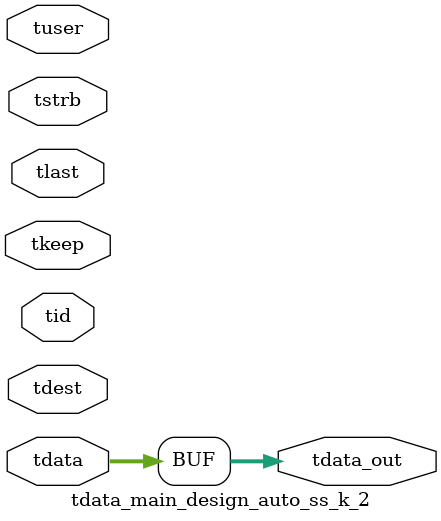
<source format=v>


`timescale 1ps/1ps

module tdata_main_design_auto_ss_k_2 #
(
parameter C_S_AXIS_TDATA_WIDTH = 32,
parameter C_S_AXIS_TUSER_WIDTH = 0,
parameter C_S_AXIS_TID_WIDTH   = 0,
parameter C_S_AXIS_TDEST_WIDTH = 0,
parameter C_M_AXIS_TDATA_WIDTH = 32
)
(
input  [(C_S_AXIS_TDATA_WIDTH == 0 ? 1 : C_S_AXIS_TDATA_WIDTH)-1:0     ] tdata,
input  [(C_S_AXIS_TUSER_WIDTH == 0 ? 1 : C_S_AXIS_TUSER_WIDTH)-1:0     ] tuser,
input  [(C_S_AXIS_TID_WIDTH   == 0 ? 1 : C_S_AXIS_TID_WIDTH)-1:0       ] tid,
input  [(C_S_AXIS_TDEST_WIDTH == 0 ? 1 : C_S_AXIS_TDEST_WIDTH)-1:0     ] tdest,
input  [(C_S_AXIS_TDATA_WIDTH/8)-1:0 ] tkeep,
input  [(C_S_AXIS_TDATA_WIDTH/8)-1:0 ] tstrb,
input                                                                    tlast,
output [C_M_AXIS_TDATA_WIDTH-1:0] tdata_out
);

assign tdata_out = {tdata[31:0]};

endmodule


</source>
